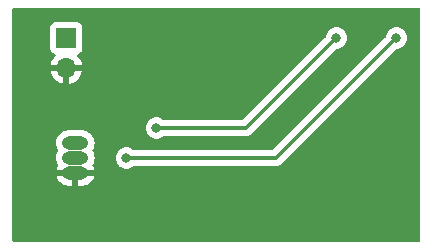
<source format=gbr>
%TF.GenerationSoftware,KiCad,Pcbnew,6.0.9-8da3e8f707~117~ubuntu20.04.1*%
%TF.CreationDate,2022-11-28T20:35:45-03:00*%
%TF.ProjectId,E3,45332e6b-6963-4616-945f-706362585858,rev?*%
%TF.SameCoordinates,Original*%
%TF.FileFunction,Copper,L2,Bot*%
%TF.FilePolarity,Positive*%
%FSLAX46Y46*%
G04 Gerber Fmt 4.6, Leading zero omitted, Abs format (unit mm)*
G04 Created by KiCad (PCBNEW 6.0.9-8da3e8f707~117~ubuntu20.04.1) date 2022-11-28 20:35:45*
%MOMM*%
%LPD*%
G01*
G04 APERTURE LIST*
%TA.AperFunction,ComponentPad*%
%ADD10R,1.700000X1.700000*%
%TD*%
%TA.AperFunction,ComponentPad*%
%ADD11O,1.700000X1.700000*%
%TD*%
%TA.AperFunction,ComponentPad*%
%ADD12O,2.220000X1.110000*%
%TD*%
%TA.AperFunction,ViaPad*%
%ADD13C,0.800000*%
%TD*%
%TA.AperFunction,Conductor*%
%ADD14C,0.350000*%
%TD*%
G04 APERTURE END LIST*
D10*
%TO.P,J1,1,Pin_1*%
%TO.N,+3\u002C3V*%
X170180000Y-109220000D03*
D11*
%TO.P,J1,2,Pin_2*%
%TO.N,GND*%
X170180000Y-111760000D03*
%TD*%
D12*
%TO.P,TEMP1,1,GND*%
%TO.N,GND*%
X170940250Y-120650000D03*
%TO.P,TEMP1,2,DQ*%
%TO.N,Net-(ESP1-Pad16)*%
X170940250Y-119380000D03*
%TO.P,TEMP1,3,VDD*%
%TO.N,+3\u002C3V*%
X170940250Y-118110000D03*
%TD*%
D13*
%TO.N,SDA*%
X177800000Y-116840000D03*
X193040000Y-109220000D03*
%TO.N,SCL*%
X198120000Y-109220000D03*
X175260000Y-119380000D03*
%TO.N,GND*%
X182880000Y-121920000D03*
%TD*%
D14*
%TO.N,SDA*%
X185420000Y-116840000D02*
X193040000Y-109220000D01*
X177800000Y-116840000D02*
X185420000Y-116840000D01*
%TO.N,SCL*%
X175260000Y-119380000D02*
X187960000Y-119380000D01*
X187960000Y-119380000D02*
X198120000Y-109220000D01*
%TD*%
%TA.AperFunction,Conductor*%
%TO.N,GND*%
G36*
X200093621Y-106700002D02*
G01*
X200140114Y-106753658D01*
X200151500Y-106806000D01*
X200151500Y-126365500D01*
X200131498Y-126433621D01*
X200077842Y-126480114D01*
X200025500Y-126491500D01*
X165734500Y-126491500D01*
X165666379Y-126471498D01*
X165619886Y-126417842D01*
X165608500Y-126365500D01*
X165608500Y-120915768D01*
X169355340Y-120915768D01*
X169393146Y-121044224D01*
X169397739Y-121055592D01*
X169488612Y-121229417D01*
X169495328Y-121239679D01*
X169618227Y-121392534D01*
X169626815Y-121401304D01*
X169777057Y-121527372D01*
X169787187Y-121534310D01*
X169959069Y-121628802D01*
X169970333Y-121633630D01*
X170157302Y-121692940D01*
X170169290Y-121695488D01*
X170321912Y-121712607D01*
X170328936Y-121713000D01*
X170668135Y-121713000D01*
X170683374Y-121708525D01*
X170684579Y-121707135D01*
X170686250Y-121699452D01*
X170686250Y-121694885D01*
X171194250Y-121694885D01*
X171198725Y-121710124D01*
X171200115Y-121711329D01*
X171207798Y-121713000D01*
X171544619Y-121713000D01*
X171550764Y-121712700D01*
X171696586Y-121698401D01*
X171708623Y-121696018D01*
X171896389Y-121639328D01*
X171907730Y-121634653D01*
X172080909Y-121542573D01*
X172091125Y-121535786D01*
X172243132Y-121411812D01*
X172251821Y-121403183D01*
X172376856Y-121252042D01*
X172383710Y-121241881D01*
X172477002Y-121069340D01*
X172481754Y-121058035D01*
X172524078Y-120921308D01*
X172524284Y-120907205D01*
X172517529Y-120904000D01*
X171212365Y-120904000D01*
X171197126Y-120908475D01*
X171195921Y-120909865D01*
X171194250Y-120917548D01*
X171194250Y-121694885D01*
X170686250Y-121694885D01*
X170686250Y-120922115D01*
X170681775Y-120906876D01*
X170680385Y-120905671D01*
X170672702Y-120904000D01*
X169369991Y-120904000D01*
X169356460Y-120907973D01*
X169355340Y-120915768D01*
X165608500Y-120915768D01*
X165608500Y-119372540D01*
X169316630Y-119372540D01*
X169335533Y-119580244D01*
X169337271Y-119586150D01*
X169337272Y-119586154D01*
X169380915Y-119734440D01*
X169394419Y-119780322D01*
X169473356Y-119931314D01*
X169487541Y-119958448D01*
X169501375Y-120028083D01*
X169486715Y-120076752D01*
X169403498Y-120230659D01*
X169398746Y-120241965D01*
X169356422Y-120378692D01*
X169356216Y-120392795D01*
X169362971Y-120396000D01*
X170051215Y-120396000D01*
X170089313Y-120401898D01*
X170163066Y-120425294D01*
X170325378Y-120443500D01*
X171547734Y-120443500D01*
X171702818Y-120428294D01*
X171708713Y-120426514D01*
X171708719Y-120426513D01*
X171791968Y-120401378D01*
X171828386Y-120396000D01*
X172510509Y-120396000D01*
X172524040Y-120392027D01*
X172525160Y-120384232D01*
X172487354Y-120255776D01*
X172482761Y-120244408D01*
X172392951Y-120072617D01*
X172379117Y-120002982D01*
X172393776Y-119954316D01*
X172480395Y-119794117D01*
X172542069Y-119594881D01*
X172543608Y-119580244D01*
X172563226Y-119393588D01*
X172563226Y-119393587D01*
X172563870Y-119387460D01*
X172563191Y-119380000D01*
X174346496Y-119380000D01*
X174366458Y-119569928D01*
X174425473Y-119751556D01*
X174428776Y-119757278D01*
X174428777Y-119757279D01*
X174442081Y-119780322D01*
X174520960Y-119916944D01*
X174525378Y-119921851D01*
X174525379Y-119921852D01*
X174639544Y-120048645D01*
X174648747Y-120058866D01*
X174747843Y-120130864D01*
X174758051Y-120138280D01*
X174803248Y-120171118D01*
X174809276Y-120173802D01*
X174809278Y-120173803D01*
X174971681Y-120246109D01*
X174977712Y-120248794D01*
X175071112Y-120268647D01*
X175158056Y-120287128D01*
X175158061Y-120287128D01*
X175164513Y-120288500D01*
X175355487Y-120288500D01*
X175361939Y-120287128D01*
X175361944Y-120287128D01*
X175448888Y-120268647D01*
X175542288Y-120248794D01*
X175548319Y-120246109D01*
X175710722Y-120173803D01*
X175710724Y-120173802D01*
X175716752Y-120171118D01*
X175761950Y-120138280D01*
X175831754Y-120087564D01*
X175898622Y-120063705D01*
X175905815Y-120063500D01*
X187931955Y-120063500D01*
X187940524Y-120063792D01*
X187988458Y-120067060D01*
X187988462Y-120067060D01*
X187996034Y-120067576D01*
X188003511Y-120066271D01*
X188003514Y-120066271D01*
X188056647Y-120056998D01*
X188063171Y-120056035D01*
X188116691Y-120049558D01*
X188124235Y-120048645D01*
X188131345Y-120045958D01*
X188136248Y-120044754D01*
X188146734Y-120041886D01*
X188151526Y-120040439D01*
X188159004Y-120039134D01*
X188165957Y-120036082D01*
X188215341Y-120014405D01*
X188221446Y-120011914D01*
X188271882Y-119992855D01*
X188271885Y-119992853D01*
X188278989Y-119990169D01*
X188285246Y-119985869D01*
X188289714Y-119983533D01*
X188299160Y-119978275D01*
X188303526Y-119975693D01*
X188310485Y-119972638D01*
X188359304Y-119935177D01*
X188364623Y-119931314D01*
X188409065Y-119900769D01*
X188415326Y-119896466D01*
X188455233Y-119851676D01*
X188460213Y-119846402D01*
X198142950Y-110163665D01*
X198205262Y-110129639D01*
X198212346Y-110128500D01*
X198215487Y-110128500D01*
X198221940Y-110127128D01*
X198221943Y-110127128D01*
X198284513Y-110113828D01*
X198402288Y-110088794D01*
X198408319Y-110086109D01*
X198570722Y-110013803D01*
X198570724Y-110013802D01*
X198576752Y-110011118D01*
X198731253Y-109898866D01*
X198859040Y-109756944D01*
X198954527Y-109591556D01*
X199013542Y-109409928D01*
X199033504Y-109220000D01*
X199027266Y-109160651D01*
X199014232Y-109036635D01*
X199014232Y-109036633D01*
X199013542Y-109030072D01*
X198954527Y-108848444D01*
X198859040Y-108683056D01*
X198731253Y-108541134D01*
X198576752Y-108428882D01*
X198570724Y-108426198D01*
X198570722Y-108426197D01*
X198408319Y-108353891D01*
X198408318Y-108353891D01*
X198402288Y-108351206D01*
X198280331Y-108325283D01*
X198221944Y-108312872D01*
X198221939Y-108312872D01*
X198215487Y-108311500D01*
X198024513Y-108311500D01*
X198018061Y-108312872D01*
X198018056Y-108312872D01*
X197959669Y-108325283D01*
X197837712Y-108351206D01*
X197831682Y-108353891D01*
X197831681Y-108353891D01*
X197669278Y-108426197D01*
X197669276Y-108426198D01*
X197663248Y-108428882D01*
X197508747Y-108541134D01*
X197380960Y-108683056D01*
X197285473Y-108848444D01*
X197226458Y-109030072D01*
X197225768Y-109036633D01*
X197225768Y-109036635D01*
X197217398Y-109116277D01*
X197190385Y-109181934D01*
X197181183Y-109192202D01*
X187713790Y-118659595D01*
X187651478Y-118693621D01*
X187624695Y-118696500D01*
X175905815Y-118696500D01*
X175837694Y-118676498D01*
X175831754Y-118672436D01*
X175722094Y-118592763D01*
X175722093Y-118592762D01*
X175716752Y-118588882D01*
X175710724Y-118586198D01*
X175710722Y-118586197D01*
X175548319Y-118513891D01*
X175548318Y-118513891D01*
X175542288Y-118511206D01*
X175448887Y-118491353D01*
X175361944Y-118472872D01*
X175361939Y-118472872D01*
X175355487Y-118471500D01*
X175164513Y-118471500D01*
X175158061Y-118472872D01*
X175158056Y-118472872D01*
X175071113Y-118491353D01*
X174977712Y-118511206D01*
X174971682Y-118513891D01*
X174971681Y-118513891D01*
X174809278Y-118586197D01*
X174809276Y-118586198D01*
X174803248Y-118588882D01*
X174648747Y-118701134D01*
X174644326Y-118706044D01*
X174644325Y-118706045D01*
X174557850Y-118802086D01*
X174520960Y-118843056D01*
X174517659Y-118848774D01*
X174438670Y-118985587D01*
X174425473Y-119008444D01*
X174366458Y-119190072D01*
X174346496Y-119380000D01*
X172563191Y-119380000D01*
X172544967Y-119179756D01*
X172538927Y-119159232D01*
X172487820Y-118985587D01*
X172486081Y-118979678D01*
X172393238Y-118802085D01*
X172379404Y-118732451D01*
X172394063Y-118683786D01*
X172480395Y-118524117D01*
X172542069Y-118324881D01*
X172543608Y-118310244D01*
X172563226Y-118123588D01*
X172563226Y-118123587D01*
X172563870Y-118117460D01*
X172544967Y-117909756D01*
X172538927Y-117889232D01*
X172487820Y-117715587D01*
X172486081Y-117709678D01*
X172389455Y-117524849D01*
X172258768Y-117362308D01*
X172099000Y-117228246D01*
X172093602Y-117225278D01*
X172093597Y-117225275D01*
X171921629Y-117130736D01*
X171921630Y-117130736D01*
X171916234Y-117127770D01*
X171910367Y-117125909D01*
X171910365Y-117125908D01*
X171816834Y-117096238D01*
X171717434Y-117064706D01*
X171555122Y-117046500D01*
X170332766Y-117046500D01*
X170177682Y-117061706D01*
X170145778Y-117071339D01*
X169983922Y-117120206D01*
X169983919Y-117120207D01*
X169978021Y-117121988D01*
X169793870Y-117219902D01*
X169703058Y-117293967D01*
X169637020Y-117347825D01*
X169637017Y-117347828D01*
X169632245Y-117351720D01*
X169628319Y-117356466D01*
X169503230Y-117507672D01*
X169503227Y-117507677D01*
X169499302Y-117512421D01*
X169496372Y-117517840D01*
X169496370Y-117517843D01*
X169403035Y-117690463D01*
X169403033Y-117690468D01*
X169400105Y-117695883D01*
X169338431Y-117895119D01*
X169337787Y-117901244D01*
X169337787Y-117901245D01*
X169336247Y-117915895D01*
X169316630Y-118102540D01*
X169335533Y-118310244D01*
X169337271Y-118316150D01*
X169337272Y-118316154D01*
X169380915Y-118464440D01*
X169394419Y-118510322D01*
X169485102Y-118683782D01*
X169487262Y-118687914D01*
X169501096Y-118757549D01*
X169486437Y-118806214D01*
X169400105Y-118965883D01*
X169338431Y-119165119D01*
X169337787Y-119171244D01*
X169337787Y-119171245D01*
X169317274Y-119366412D01*
X169316630Y-119372540D01*
X165608500Y-119372540D01*
X165608500Y-116840000D01*
X176886496Y-116840000D01*
X176906458Y-117029928D01*
X176965473Y-117211556D01*
X176968776Y-117217278D01*
X176968777Y-117217279D01*
X176972541Y-117223798D01*
X177060960Y-117376944D01*
X177065378Y-117381851D01*
X177065379Y-117381852D01*
X177178668Y-117507672D01*
X177188747Y-117518866D01*
X177343248Y-117631118D01*
X177349276Y-117633802D01*
X177349278Y-117633803D01*
X177507436Y-117704219D01*
X177517712Y-117708794D01*
X177611113Y-117728647D01*
X177698056Y-117747128D01*
X177698061Y-117747128D01*
X177704513Y-117748500D01*
X177895487Y-117748500D01*
X177901939Y-117747128D01*
X177901944Y-117747128D01*
X177988887Y-117728647D01*
X178082288Y-117708794D01*
X178092564Y-117704219D01*
X178250722Y-117633803D01*
X178250724Y-117633802D01*
X178256752Y-117631118D01*
X178371754Y-117547564D01*
X178438622Y-117523705D01*
X178445815Y-117523500D01*
X185391955Y-117523500D01*
X185400524Y-117523792D01*
X185448458Y-117527060D01*
X185448462Y-117527060D01*
X185456034Y-117527576D01*
X185463511Y-117526271D01*
X185463514Y-117526271D01*
X185516647Y-117516998D01*
X185523171Y-117516035D01*
X185576691Y-117509558D01*
X185584235Y-117508645D01*
X185591345Y-117505958D01*
X185596248Y-117504754D01*
X185606734Y-117501886D01*
X185611526Y-117500439D01*
X185619004Y-117499134D01*
X185625957Y-117496082D01*
X185675341Y-117474405D01*
X185681446Y-117471914D01*
X185731882Y-117452855D01*
X185731885Y-117452853D01*
X185738989Y-117450169D01*
X185745246Y-117445869D01*
X185749714Y-117443533D01*
X185759160Y-117438275D01*
X185763526Y-117435693D01*
X185770485Y-117432638D01*
X185819304Y-117395177D01*
X185824623Y-117391314D01*
X185869065Y-117360769D01*
X185875326Y-117356466D01*
X185915233Y-117311676D01*
X185920213Y-117306402D01*
X193062950Y-110163665D01*
X193125262Y-110129639D01*
X193132346Y-110128500D01*
X193135487Y-110128500D01*
X193141940Y-110127128D01*
X193141943Y-110127128D01*
X193204513Y-110113828D01*
X193322288Y-110088794D01*
X193328319Y-110086109D01*
X193490722Y-110013803D01*
X193490724Y-110013802D01*
X193496752Y-110011118D01*
X193651253Y-109898866D01*
X193779040Y-109756944D01*
X193874527Y-109591556D01*
X193933542Y-109409928D01*
X193953504Y-109220000D01*
X193947266Y-109160651D01*
X193934232Y-109036635D01*
X193934232Y-109036633D01*
X193933542Y-109030072D01*
X193874527Y-108848444D01*
X193779040Y-108683056D01*
X193651253Y-108541134D01*
X193496752Y-108428882D01*
X193490724Y-108426198D01*
X193490722Y-108426197D01*
X193328319Y-108353891D01*
X193328318Y-108353891D01*
X193322288Y-108351206D01*
X193200331Y-108325283D01*
X193141944Y-108312872D01*
X193141939Y-108312872D01*
X193135487Y-108311500D01*
X192944513Y-108311500D01*
X192938061Y-108312872D01*
X192938056Y-108312872D01*
X192879669Y-108325283D01*
X192757712Y-108351206D01*
X192751682Y-108353891D01*
X192751681Y-108353891D01*
X192589278Y-108426197D01*
X192589276Y-108426198D01*
X192583248Y-108428882D01*
X192428747Y-108541134D01*
X192300960Y-108683056D01*
X192205473Y-108848444D01*
X192146458Y-109030072D01*
X192145768Y-109036633D01*
X192145768Y-109036635D01*
X192137398Y-109116277D01*
X192110385Y-109181934D01*
X192101183Y-109192202D01*
X185173790Y-116119595D01*
X185111478Y-116153621D01*
X185084695Y-116156500D01*
X178445815Y-116156500D01*
X178377694Y-116136498D01*
X178371754Y-116132436D01*
X178262094Y-116052763D01*
X178262093Y-116052762D01*
X178256752Y-116048882D01*
X178250724Y-116046198D01*
X178250722Y-116046197D01*
X178088319Y-115973891D01*
X178088318Y-115973891D01*
X178082288Y-115971206D01*
X177988888Y-115951353D01*
X177901944Y-115932872D01*
X177901939Y-115932872D01*
X177895487Y-115931500D01*
X177704513Y-115931500D01*
X177698061Y-115932872D01*
X177698056Y-115932872D01*
X177611112Y-115951353D01*
X177517712Y-115971206D01*
X177511682Y-115973891D01*
X177511681Y-115973891D01*
X177349278Y-116046197D01*
X177349276Y-116046198D01*
X177343248Y-116048882D01*
X177188747Y-116161134D01*
X177060960Y-116303056D01*
X176965473Y-116468444D01*
X176906458Y-116650072D01*
X176886496Y-116840000D01*
X165608500Y-116840000D01*
X165608500Y-112027966D01*
X168848257Y-112027966D01*
X168878565Y-112162446D01*
X168881645Y-112172275D01*
X168961770Y-112369603D01*
X168966413Y-112378794D01*
X169077694Y-112560388D01*
X169083777Y-112568699D01*
X169223213Y-112729667D01*
X169230580Y-112736883D01*
X169394434Y-112872916D01*
X169402881Y-112878831D01*
X169586756Y-112986279D01*
X169596042Y-112990729D01*
X169795001Y-113066703D01*
X169804899Y-113069579D01*
X169908250Y-113090606D01*
X169922299Y-113089410D01*
X169926000Y-113079065D01*
X169926000Y-113078517D01*
X170434000Y-113078517D01*
X170438064Y-113092359D01*
X170451478Y-113094393D01*
X170458184Y-113093534D01*
X170468262Y-113091392D01*
X170672255Y-113030191D01*
X170681842Y-113026433D01*
X170873095Y-112932739D01*
X170881945Y-112927464D01*
X171055328Y-112803792D01*
X171063200Y-112797139D01*
X171214052Y-112646812D01*
X171220730Y-112638965D01*
X171345003Y-112466020D01*
X171350313Y-112457183D01*
X171444670Y-112266267D01*
X171448469Y-112256672D01*
X171510377Y-112052910D01*
X171512555Y-112042837D01*
X171513986Y-112031962D01*
X171511775Y-112017778D01*
X171498617Y-112014000D01*
X170452115Y-112014000D01*
X170436876Y-112018475D01*
X170435671Y-112019865D01*
X170434000Y-112027548D01*
X170434000Y-113078517D01*
X169926000Y-113078517D01*
X169926000Y-112032115D01*
X169921525Y-112016876D01*
X169920135Y-112015671D01*
X169912452Y-112014000D01*
X168863225Y-112014000D01*
X168849694Y-112017973D01*
X168848257Y-112027966D01*
X165608500Y-112027966D01*
X165608500Y-110118134D01*
X168821500Y-110118134D01*
X168828255Y-110180316D01*
X168879385Y-110316705D01*
X168966739Y-110433261D01*
X169083295Y-110520615D01*
X169091704Y-110523767D01*
X169091705Y-110523768D01*
X169200960Y-110564726D01*
X169257725Y-110607367D01*
X169282425Y-110673929D01*
X169267218Y-110743278D01*
X169247825Y-110769759D01*
X169124590Y-110898717D01*
X169118104Y-110906727D01*
X168998098Y-111082649D01*
X168993000Y-111091623D01*
X168903338Y-111284783D01*
X168899775Y-111294470D01*
X168844389Y-111494183D01*
X168845912Y-111502607D01*
X168858292Y-111506000D01*
X171498344Y-111506000D01*
X171511875Y-111502027D01*
X171513180Y-111492947D01*
X171471214Y-111325875D01*
X171467894Y-111316124D01*
X171382972Y-111120814D01*
X171378105Y-111111739D01*
X171262426Y-110932926D01*
X171256136Y-110924757D01*
X171112293Y-110766677D01*
X171081241Y-110702831D01*
X171089635Y-110632333D01*
X171134812Y-110577564D01*
X171161256Y-110563895D01*
X171268297Y-110523767D01*
X171276705Y-110520615D01*
X171393261Y-110433261D01*
X171480615Y-110316705D01*
X171531745Y-110180316D01*
X171538500Y-110118134D01*
X171538500Y-108321866D01*
X171531745Y-108259684D01*
X171480615Y-108123295D01*
X171393261Y-108006739D01*
X171276705Y-107919385D01*
X171140316Y-107868255D01*
X171078134Y-107861500D01*
X169281866Y-107861500D01*
X169219684Y-107868255D01*
X169083295Y-107919385D01*
X168966739Y-108006739D01*
X168879385Y-108123295D01*
X168828255Y-108259684D01*
X168821500Y-108321866D01*
X168821500Y-110118134D01*
X165608500Y-110118134D01*
X165608500Y-106806000D01*
X165628502Y-106737879D01*
X165682158Y-106691386D01*
X165734500Y-106680000D01*
X200025500Y-106680000D01*
X200093621Y-106700002D01*
G37*
%TD.AperFunction*%
%TD*%
M02*

</source>
